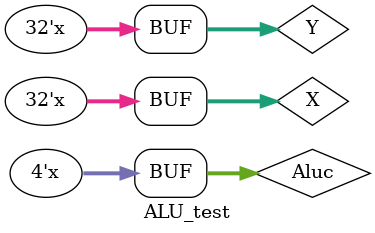
<source format=v>
`timescale 1ns / 1ps

module ALU_test;
    reg [31:0]X,Y;
    reg [3:0]Aluc;
    wire Z;
    wire [31:0]R;
    ALU u(.X(X),.Y(Y),.Aluc(Aluc),.R(R),.Z(Z));
    initial begin
        X=0;
        Y=0;
        Aluc=0;
    end
    always #0.01 X=X+1;
    always #0.02 Y=Y+1;
    always #0.04 Aluc=Aluc+1;
endmodule
</source>
